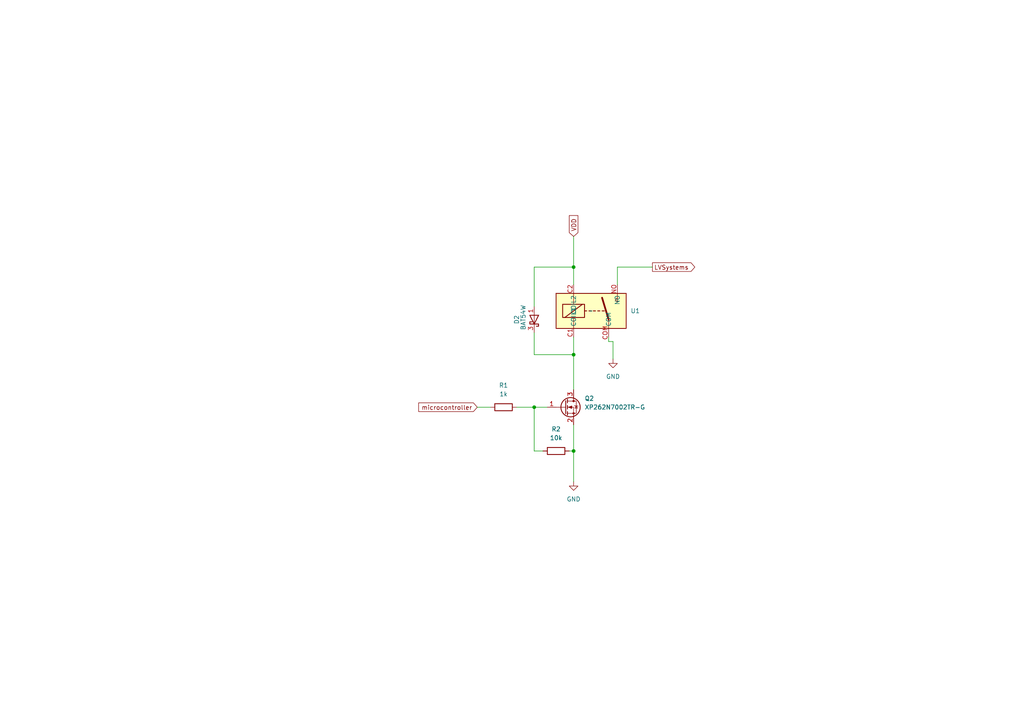
<source format=kicad_sch>
(kicad_sch (version 20230121) (generator eeschema)
  (paper "A4")
  (lib_symbols
    (symbol "Device:Q_NMOS_GSD" (pin_names (offset 0) hide)
      (property "Reference" "Q" (at 5.08 1.27 0))
      (property "Value" "Q_NMOS_GSD" (at 5.08 -1.27 0))
      (symbol "Q_NMOS_GSD_0_1"
        (polyline (pts (xy 0.254 0) (xy -2.54 0)))
        (polyline (pts (xy 0.254 1.905) (xy 0.254 -1.905)) (stroke (width 0.254)))
        (polyline (pts (xy 0.762 -1.27) (xy 0.762 -2.286)) (stroke (width 0.254)))
        (polyline (pts (xy 0.762 0.508) (xy 0.762 -0.508)) (stroke (width 0.254)))
        (polyline (pts (xy 0.762 2.286) (xy 0.762 1.27)) (stroke (width 0.254)))
        (polyline (pts (xy 2.54 2.54) (xy 2.54 1.778)))
        (polyline (pts (xy 2.54 -2.54) (xy 2.54 0) (xy 0.762 0)))
        (polyline (pts (xy 0.762 -1.778) (xy 3.302 -1.778) (xy 3.302 1.778) (xy 0.762 1.778)))
        (polyline (pts (xy 1.016 0) (xy 2.032 0.381) (xy 2.032 -0.381) (xy 1.016 0)) (fill (type outline)))
        (polyline (pts (xy 2.794 0.508) (xy 2.921 0.381) (xy 3.683 0.381) (xy 3.81 0.254)))
        (polyline (pts (xy 3.302 0.381) (xy 2.921 -0.254) (xy 3.683 -0.254) (xy 3.302 0.381)))
        (circle (center 1.651 0) (radius 2.794) (stroke (width 0.254)))
        (circle (center 2.54 -1.778) (radius 0.254) (fill (type outline)))
        (circle (center 2.54 1.778) (radius 0.254) (fill (type outline)))
      )
      (symbol "Q_NMOS_GSD_1_1"
        (pin input line (at -5.08 0 0) (length 2.54) (name "G") (number "1"))
        (pin passive line (at 2.54 -5.08 90) (length 2.54) (name "S") (number "2"))
        (pin passive line (at 2.54 5.08 270) (length 2.54) (name "D") (number "3"))
      )
    )
    (symbol "Device:R" (pin_numbers hide) (pin_names (offset 0))
      (property "Reference" "R" (at 2.032 0 90))
      (property "Value" "R" (at 0 0 90))
      (symbol "R_0_1"
        (rectangle (start -1.016 -2.54) (end 1.016 2.54) (stroke (width 0.254)))
      )
      (symbol "R_1_1"
        (pin passive line (at 0 3.81 270) (length 1.27) (name "~") (number "1"))
        (pin passive line (at 0 -3.81 90) (length 1.27) (name "~") (number "2"))
      )
    )
    (symbol "Diode:BAT54W" (pin_names (offset 1.016) hide)
      (property "Reference" "D" (at 0 2.54 0))
      (property "Value" "BAT54W" (at 0 -2.54 0))
      (symbol "BAT54W_0_1"
        (polyline (pts (xy 1.27 0) (xy -1.27 0)))
        (polyline (pts (xy 1.27 1.27) (xy 1.27 -1.27) (xy -1.27 0) (xy 1.27 1.27)) (stroke (width 0.254)))
        (polyline (pts (xy -1.905 0.635) (xy -1.905 1.27) (xy -1.27 1.27) (xy -1.27 -1.27) (xy -0.635 -1.27) (xy -0.635 -0.635)) (stroke (width 0.254)))
      )
      (symbol "BAT54W_1_1"
        (pin passive line (at 3.81 0 180) (length 2.54) (name "A") (number "1"))
        (pin no_connect line (at 0 0 90) (length 2.54) hide (name "NC") (number "2"))
        (pin passive line (at -3.81 0 0) (length 2.54) (name "K") (number "3"))
      )
    )
    (symbol "library:832A-1A-F-C-12VDC"
      (property "Reference" "U" (at -1.27 7.62 0))
      (symbol "832A-1A-F-C-12VDC_0_0"
        (polyline (pts (xy 7.62 5.08) (xy 7.62 2.54) (xy 6.985 3.175) (xy 7.62 3.81)))
      )
      (symbol "832A-1A-F-C-12VDC_0_1"
        (rectangle (start -10.16 5.08) (end 10.16 -5.08) (stroke (width 0.254)) (fill (type background)))
        (rectangle (start -8.255 1.905) (end -1.905 -1.905) (stroke (width 0.254)))
        (polyline (pts (xy -7.62 -1.905) (xy -2.54 1.905)) (stroke (width 0.254)))
        (polyline (pts (xy -5.08 -5.08) (xy -5.08 -1.905)))
        (polyline (pts (xy -5.08 5.08) (xy -5.08 1.905)))
        (polyline (pts (xy -1.905 0) (xy -1.27 0)) (stroke (width 0.254)))
        (polyline (pts (xy -0.635 0) (xy 0 0)) (stroke (width 0.254)))
        (polyline (pts (xy 0.635 0) (xy 1.27 0)) (stroke (width 0.254)))
        (polyline (pts (xy 1.905 0) (xy 2.54 0)) (stroke (width 0.254)))
        (polyline (pts (xy 3.175 0) (xy 3.81 0)) (stroke (width 0.254)))
        (polyline (pts (xy 5.08 -2.54) (xy 3.175 3.81)) (stroke (width 0.508)))
        (polyline (pts (xy 5.08 -2.54) (xy 5.08 -5.08)))
      )
      (symbol "832A-1A-F-C-12VDC_1_1"
        (pin passive line (at -5.08 -7.62 90) (length 2.54) (name "COIL1") (number "C1"))
        (pin passive line (at -5.08 7.62 270) (length 2.54) (name "COIL2") (number "C2"))
        (pin passive line (at 5.08 -7.62 90) (length 2.54) (name "COM") (number "COM"))
        (pin passive line (at 7.62 7.62 270) (length 2.54) (name "NO") (number "NO"))
      )
    )
    (symbol "power:GND" (power) (pin_names (offset 0))
      (property "Value" "GND" (at 0 -3.81 0))
      (symbol "GND_0_1"
        (polyline (pts (xy 0 0) (xy 0 -1.27) (xy 1.27 -1.27) (xy 0 -2.54) (xy -1.27 -1.27) (xy 0 -1.27)))
      )
      (symbol "GND_1_1"
        (pin power_in line (at 0 0 270) (length 0) hide (name "GND") (number "1"))
      )
    )
  )
  (junction (at 166.37 77.47))
  (junction (at 166.37 102.87))
  (junction (at 154.94 118.11))
  (junction (at 166.37 130.81))
  (wire (pts (xy 176.53 99.06) (xy 177.8 99.06)))
  (wire (pts (xy 166.37 97.79) (xy 166.37 102.87)))
  (wire (pts (xy 166.37 68.58) (xy 166.37 77.47)))
  (wire (pts (xy 177.8 99.06) (xy 177.8 104.14)))
  (wire (pts (xy 154.94 88.9) (xy 154.94 77.47)))
  (wire (pts (xy 179.07 77.47) (xy 179.07 82.55)))
  (wire (pts (xy 154.94 130.81) (xy 154.94 118.11)))
  (wire (pts (xy 149.86 118.11) (xy 154.94 118.11)))
  (wire (pts (xy 154.94 130.81) (xy 157.48 130.81)))
  (wire (pts (xy 154.94 96.52) (xy 154.94 102.87)))
  (wire (pts (xy 179.07 77.47) (xy 189.23 77.47)))
  (wire (pts (xy 166.37 123.19) (xy 166.37 130.81)))
  (wire (pts (xy 154.94 118.11) (xy 158.75 118.11)))
  (wire (pts (xy 154.94 102.87) (xy 166.37 102.87)))
  (wire (pts (xy 176.53 97.79) (xy 176.53 99.06)))
  (wire (pts (xy 138.43 118.11) (xy 142.24 118.11)))
  (wire (pts (xy 154.94 77.47) (xy 166.37 77.47)))
  (wire (pts (xy 166.37 130.81) (xy 166.37 139.7)))
  (wire (pts (xy 166.37 77.47) (xy 166.37 82.55)))
  (wire (pts (xy 165.1 130.81) (xy 166.37 130.81)))
  (wire (pts (xy 166.37 102.87) (xy 166.37 113.03)))
  (global_label "LVSystems" (shape output) (at 189.23 77.47 0) (property "Intersheetrefs" "${INTERSHEET_REFS}" (effects hide)))
  (global_label "VDD" (shape input) (at 166.37 68.58 90) (property "Intersheetrefs" "${INTERSHEET_REFS}" (effects hide)))
  (global_label "microcontroller" (shape input) (at 138.43 118.11 180) (property "Intersheetrefs" "${INTERSHEET_REFS}" (effects hide)))
  (symbol (lib_id "Device:R") (at 146.05 118.11 90) (unit 1)
    (property "Reference" "R1" (at 146.05 111.76 90))
    (property "Value" "1k" (at 146.05 114.3 90))
  )
  (symbol (lib_id "Diode:BAT54W") (at 154.94 92.71 270) (mirror x) (unit 1)
    (property "Reference" "D2" (at 149.86 92.71 0))
    (property "Value" "BAT54W" (at 151.765 92.075 0))
    (property "Footprint" "Package_TO_SOT_SMD:SOT-323_SC-70" (effects hide))
    (property "Datasheet" "https://assets.nexperia.com/documents/data-sheet/BAT54W_SER.pdf" (effects hide))
    (property "Supplier" "Mouser" (effects hide))
    (property "Order Code" "771-BAT54W-T/R" (effects hide))
  )
  (symbol (lib_id "power:GND") (at 166.37 139.7 0) (unit 1)
    (property "Reference" "#PWR01" (effects hide))
    (property "Value" "GND" (at 166.37 144.78 0))
  )
  (symbol (lib_id "Device:R") (at 161.29 130.81 90) (unit 1)
    (property "Reference" "R2" (at 161.29 124.46 90))
    (property "Value" "10k" (at 161.29 127 90))
  )
  (symbol (lib_id "power:GND") (at 177.8 104.14 0) (unit 1)
    (property "Reference" "#PWR02" (effects hide))
    (property "Value" "GND" (at 177.8 109.22 0))
  )
  (symbol (lib_id "library:832A-1A-F-C-12VDC") (at 171.45 90.17 0) (unit 1)
    (property "Reference" "U1" (at 182.88 90.17 0) (effects (justify left)))
    (property "Value" "~" (at 171.45 90.17 0))
  )
  (symbol (lib_id "Device:Q_NMOS_GSD") (at 163.83 118.11 0) (unit 1)
    (property "Reference" "Q2" (at 169.545 115.57 0) (effects (justify left)))
    (property "Value" "XP262N7002TR-G" (at 169.545 118.11 0) (effects (justify left)))
    (property "Footprint" "Package_TO_SOT_SMD:SOT-23" (effects hide))
    (property "Order Code" "865-XP262N7002TR-G" (effects hide))
    (property "Supplier" "Mouser" (effects hide))
  )
)
</source>
